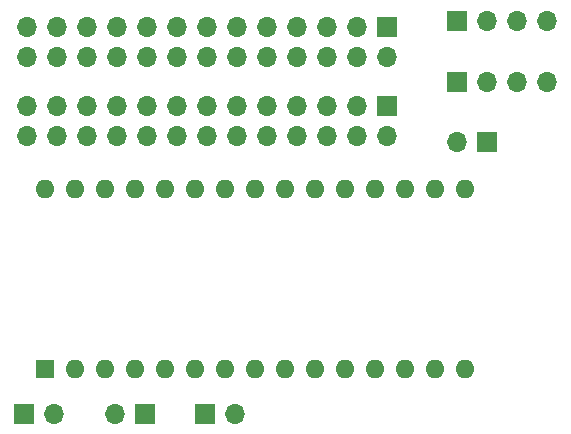
<source format=gts>
%TF.GenerationSoftware,KiCad,Pcbnew,(5.1.7)-1*%
%TF.CreationDate,2020-12-17T22:24:39+01:00*%
%TF.ProjectId,u64_rgb_led,7536345f-7267-4625-9f6c-65642e6b6963,rev?*%
%TF.SameCoordinates,Original*%
%TF.FileFunction,Soldermask,Top*%
%TF.FilePolarity,Negative*%
%FSLAX46Y46*%
G04 Gerber Fmt 4.6, Leading zero omitted, Abs format (unit mm)*
G04 Created by KiCad (PCBNEW (5.1.7)-1) date 2020-12-17 22:24:39*
%MOMM*%
%LPD*%
G01*
G04 APERTURE LIST*
%ADD10R,1.600000X1.600000*%
%ADD11O,1.600000X1.600000*%
%ADD12R,1.700000X1.700000*%
%ADD13O,1.700000X1.700000*%
G04 APERTURE END LIST*
D10*
X28702000Y-51816000D03*
D11*
X61722000Y-36576000D03*
X31242000Y-51816000D03*
X59182000Y-36576000D03*
X33782000Y-51816000D03*
X56642000Y-36576000D03*
X36322000Y-51816000D03*
X54102000Y-36576000D03*
X38862000Y-51816000D03*
X51562000Y-36576000D03*
X41402000Y-51816000D03*
X49022000Y-36576000D03*
X43942000Y-51816000D03*
X46482000Y-36576000D03*
X46482000Y-51816000D03*
X43942000Y-36576000D03*
X49022000Y-51816000D03*
X41402000Y-36576000D03*
X51562000Y-51816000D03*
X38862000Y-36576000D03*
X54102000Y-51816000D03*
X36322000Y-36576000D03*
X56642000Y-51816000D03*
X33782000Y-36576000D03*
X59182000Y-51816000D03*
X31242000Y-36576000D03*
X61722000Y-51816000D03*
X28702000Y-36576000D03*
X64262000Y-51816000D03*
X64262000Y-36576000D03*
D12*
X57658000Y-22860000D03*
D13*
X57658000Y-25400000D03*
X55118000Y-22860000D03*
X55118000Y-25400000D03*
X52578000Y-22860000D03*
X52578000Y-25400000D03*
X50038000Y-22860000D03*
X50038000Y-25400000D03*
X47498000Y-22860000D03*
X47498000Y-25400000D03*
X44958000Y-22860000D03*
X44958000Y-25400000D03*
X42418000Y-22860000D03*
X42418000Y-25400000D03*
X39878000Y-22860000D03*
X39878000Y-25400000D03*
X37338000Y-22860000D03*
X37338000Y-25400000D03*
X34798000Y-22860000D03*
X34798000Y-25400000D03*
X32258000Y-22860000D03*
X32258000Y-25400000D03*
X29718000Y-22860000D03*
X29718000Y-25400000D03*
X27178000Y-22860000D03*
X27178000Y-25400000D03*
D12*
X57658000Y-29591000D03*
D13*
X57658000Y-32131000D03*
X55118000Y-29591000D03*
X55118000Y-32131000D03*
X52578000Y-29591000D03*
X52578000Y-32131000D03*
X50038000Y-29591000D03*
X50038000Y-32131000D03*
X47498000Y-29591000D03*
X47498000Y-32131000D03*
X44958000Y-29591000D03*
X44958000Y-32131000D03*
X42418000Y-29591000D03*
X42418000Y-32131000D03*
X39878000Y-29591000D03*
X39878000Y-32131000D03*
X37338000Y-29591000D03*
X37338000Y-32131000D03*
X34798000Y-29591000D03*
X34798000Y-32131000D03*
X32258000Y-29591000D03*
X32258000Y-32131000D03*
X29718000Y-29591000D03*
X29718000Y-32131000D03*
X27178000Y-29591000D03*
X27178000Y-32131000D03*
D12*
X63627000Y-22352000D03*
D13*
X66167000Y-22352000D03*
X68707000Y-22352000D03*
X71247000Y-22352000D03*
D12*
X63627000Y-27559000D03*
D13*
X66167000Y-27559000D03*
X68707000Y-27559000D03*
X71247000Y-27559000D03*
D12*
X66167000Y-32639000D03*
D13*
X63627000Y-32639000D03*
D12*
X42291000Y-55626000D03*
D13*
X44831000Y-55626000D03*
X29464000Y-55626000D03*
D12*
X26924000Y-55626000D03*
X37211000Y-55626000D03*
D13*
X34671000Y-55626000D03*
M02*

</source>
